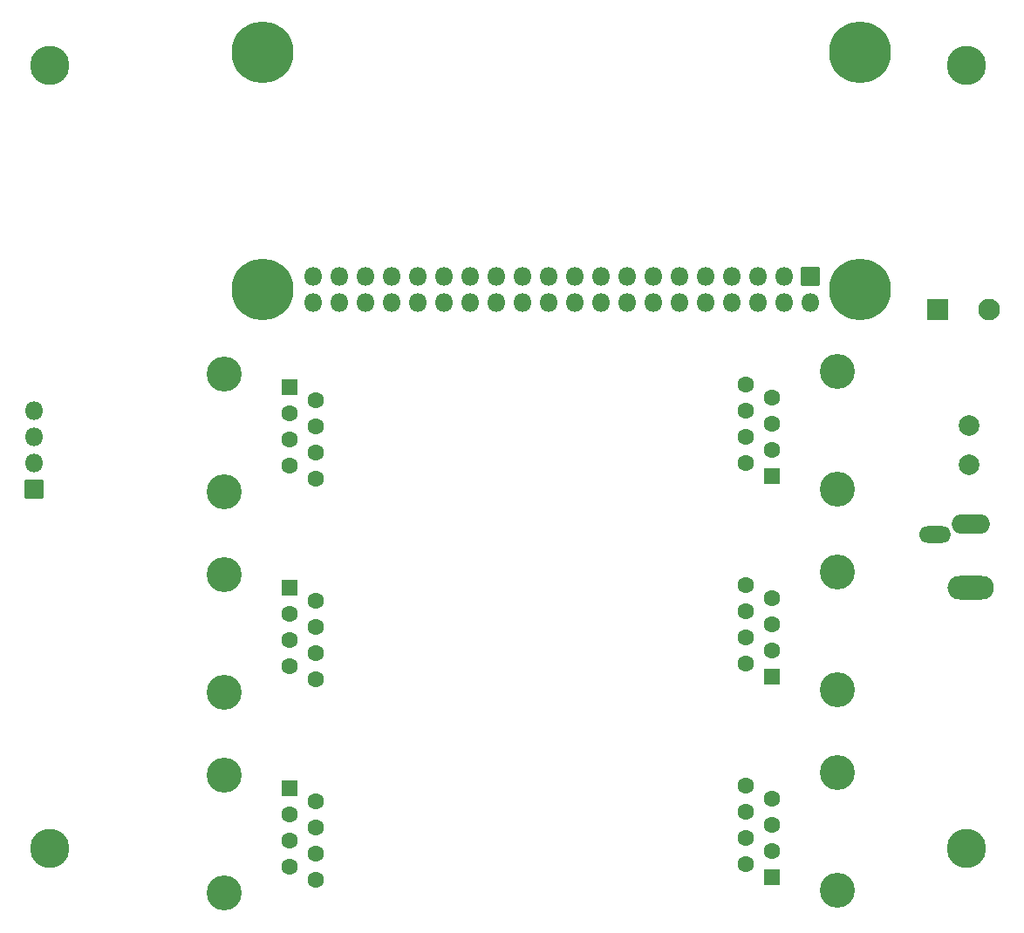
<source format=gbr>
%TF.GenerationSoftware,KiCad,Pcbnew,(6.0.7)*%
%TF.CreationDate,2022-09-14T00:34:43-04:00*%
%TF.ProjectId,Pi_Zero_24_Diff,50695f5a-6572-46f5-9f32-345f44696666,v1*%
%TF.SameCoordinates,Original*%
%TF.FileFunction,Soldermask,Bot*%
%TF.FilePolarity,Negative*%
%FSLAX46Y46*%
G04 Gerber Fmt 4.6, Leading zero omitted, Abs format (unit mm)*
G04 Created by KiCad (PCBNEW (6.0.7)) date 2022-09-14 00:34:43*
%MOMM*%
%LPD*%
G01*
G04 APERTURE LIST*
G04 Aperture macros list*
%AMRoundRect*
0 Rectangle with rounded corners*
0 $1 Rounding radius*
0 $2 $3 $4 $5 $6 $7 $8 $9 X,Y pos of 4 corners*
0 Add a 4 corners polygon primitive as box body*
4,1,4,$2,$3,$4,$5,$6,$7,$8,$9,$2,$3,0*
0 Add four circle primitives for the rounded corners*
1,1,$1+$1,$2,$3*
1,1,$1+$1,$4,$5*
1,1,$1+$1,$6,$7*
1,1,$1+$1,$8,$9*
0 Add four rect primitives between the rounded corners*
20,1,$1+$1,$2,$3,$4,$5,0*
20,1,$1+$1,$4,$5,$6,$7,0*
20,1,$1+$1,$6,$7,$8,$9,0*
20,1,$1+$1,$8,$9,$2,$3,0*%
G04 Aperture macros list end*
%ADD10RoundRect,0.051000X-1.000000X-1.000000X1.000000X-1.000000X1.000000X1.000000X-1.000000X1.000000X0*%
%ADD11C,2.102000*%
%ADD12RoundRect,0.051000X0.850000X0.850000X-0.850000X0.850000X-0.850000X-0.850000X0.850000X-0.850000X0*%
%ADD13O,1.802000X1.802000*%
%ADD14C,3.402000*%
%ADD15RoundRect,0.051000X0.750000X-0.750000X0.750000X0.750000X-0.750000X0.750000X-0.750000X-0.750000X0*%
%ADD16C,1.602000*%
%ADD17C,2.006000*%
%ADD18C,3.802000*%
%ADD19RoundRect,0.051000X-0.750000X0.750000X-0.750000X-0.750000X0.750000X-0.750000X0.750000X0.750000X0*%
%ADD20O,4.502000X2.302000*%
%ADD21O,3.702000X1.902000*%
%ADD22O,3.118000X1.610000*%
%ADD23C,6.000000*%
%ADD24RoundRect,0.051000X0.850000X-0.850000X0.850000X0.850000X-0.850000X0.850000X-0.850000X-0.850000X0*%
G04 APERTURE END LIST*
D10*
%TO.C,C3*%
X-8118400Y40950900D03*
D11*
X-3118400Y40950900D03*
%TD*%
D12*
%TO.C,J4*%
X-95886400Y23470900D03*
D13*
X-95886400Y26010900D03*
X-95886400Y28550900D03*
X-95886400Y31090900D03*
%TD*%
D14*
%TO.C,J10*%
X-17877480Y34943900D03*
X-17877480Y23513900D03*
D15*
X-24227480Y24783900D03*
D16*
X-26767480Y26053900D03*
X-24227480Y27323900D03*
X-26767480Y28593900D03*
X-24227480Y29863900D03*
X-26767480Y31133900D03*
X-24227480Y32403900D03*
X-26767480Y33673900D03*
%TD*%
D14*
%TO.C,J9*%
X-17877480Y4012650D03*
X-17877480Y15442650D03*
D15*
X-24227480Y5282650D03*
D16*
X-26767480Y6552650D03*
X-24227480Y7822650D03*
X-26767480Y9092650D03*
X-24227480Y10362650D03*
X-26767480Y11632650D03*
X-24227480Y12902650D03*
X-26767480Y14172650D03*
%TD*%
D17*
%TO.C,J2*%
X-5067941Y25845340D03*
X-5067941Y29655340D03*
%TD*%
D18*
%TO.C,H3*%
X-5368400Y-11399100D03*
%TD*%
%TO.C,H4*%
X-94368400Y64600900D03*
%TD*%
D14*
%TO.C,J7*%
X-77408400Y-15750350D03*
X-77408400Y-4320350D03*
D19*
X-71058400Y-5590350D03*
D16*
X-68518400Y-6860350D03*
X-71058400Y-8130350D03*
X-68518400Y-9400350D03*
X-71058400Y-10670350D03*
X-68518400Y-11940350D03*
X-71058400Y-13210350D03*
X-68518400Y-14480350D03*
%TD*%
D20*
%TO.C,J3*%
X-4918400Y13875900D03*
D21*
X-4918400Y20075900D03*
D22*
X-8418400Y19075900D03*
%TD*%
D18*
%TO.C,H5*%
X-5368400Y64600900D03*
%TD*%
D14*
%TO.C,J5*%
X-77418400Y23220900D03*
X-77418400Y34650900D03*
D19*
X-71068400Y33380900D03*
D16*
X-68528400Y32110900D03*
X-71068400Y30840900D03*
X-68528400Y29570900D03*
X-71068400Y28300900D03*
X-68528400Y27030900D03*
X-71068400Y25760900D03*
X-68528400Y24490900D03*
%TD*%
D14*
%TO.C,J6*%
X-77408400Y15180900D03*
X-77408400Y3750900D03*
D19*
X-71058400Y13910900D03*
D16*
X-68518400Y12640900D03*
X-71058400Y11370900D03*
X-68518400Y10100900D03*
X-71058400Y8830900D03*
X-68518400Y7560900D03*
X-71058400Y6290900D03*
X-68518400Y5020900D03*
%TD*%
D18*
%TO.C,H2*%
X-94368400Y-11399100D03*
%TD*%
D14*
%TO.C,J8*%
X-17877480Y-4058600D03*
X-17877480Y-15488600D03*
D15*
X-24227480Y-14218600D03*
D16*
X-26767480Y-12948600D03*
X-24227480Y-11678600D03*
X-26767480Y-10408600D03*
X-24227480Y-9138600D03*
X-26767480Y-7868600D03*
X-24227480Y-6598600D03*
X-26767480Y-5328600D03*
%TD*%
D23*
%TO.C,U3*%
X-15648400Y65875900D03*
X-15648400Y42875900D03*
X-73648400Y42875900D03*
X-73648400Y65875900D03*
D24*
X-20518400Y44145900D03*
D13*
X-20518400Y41605900D03*
X-23058400Y44145900D03*
X-23058400Y41605900D03*
X-25598400Y44145900D03*
X-25598400Y41605900D03*
X-28138400Y44145900D03*
X-28138400Y41605900D03*
X-30678400Y44145900D03*
X-30678400Y41605900D03*
X-33218400Y44145900D03*
X-33218400Y41605900D03*
X-35758400Y44145900D03*
X-35758400Y41605900D03*
X-38298400Y44145900D03*
X-38298400Y41605900D03*
X-40838400Y44145900D03*
X-40838400Y41605900D03*
X-43378400Y44145900D03*
X-43378400Y41605900D03*
X-45918400Y44145900D03*
X-45918400Y41605900D03*
X-48458400Y44145900D03*
X-48458400Y41605900D03*
X-50998400Y44145900D03*
X-50998400Y41605900D03*
X-53538400Y44145900D03*
X-53538400Y41605900D03*
X-56078400Y44145900D03*
X-56078400Y41605900D03*
X-58618400Y44145900D03*
X-58618400Y41605900D03*
X-61158400Y44145900D03*
X-61158400Y41605900D03*
X-63698400Y44145900D03*
X-63698400Y41605900D03*
X-66238400Y44145900D03*
X-66238400Y41605900D03*
X-68778400Y44145900D03*
X-68778400Y41605900D03*
%TD*%
M02*

</source>
